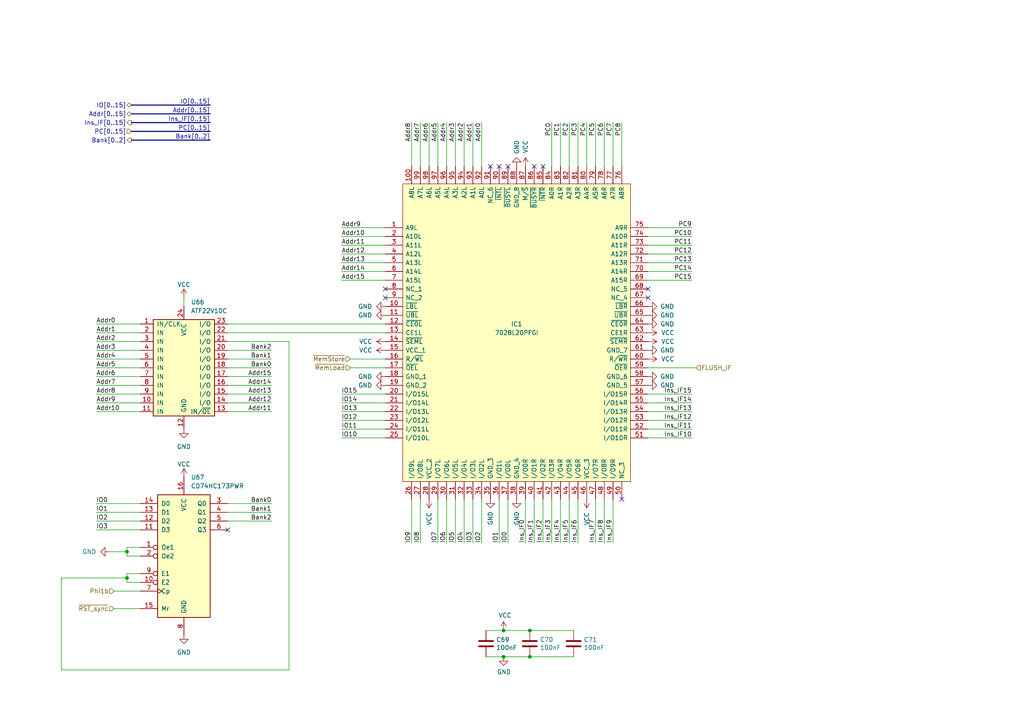
<source format=kicad_sch>
(kicad_sch (version 20211123) (generator eeschema)
  (paper "A4")
  (title_block (title "Turtle16: RAM") (date "2022-04-12") (rev "A (584b6b4f)") (comment 3 "instruction on the second read port.") (comment 4 "RAM is implemented with a 64K x 16 dual port SRAM so that the IF stage can fetch an"))
  (lib_symbols
    (symbol "74xx:74LS173" (pin_names (offset 1.016))
      (property "Reference" "U" (at -7.62 19.05 0))
      (property "Value" "74LS173" (at -7.62 -19.05 0))
      (symbol "74LS173_1_0"
        (pin input inverted (at -12.7 2.54 0) (length 5.08) (name "Oe1") (number "1"))
        (pin input inverted (at -12.7 -7.62 0) (length 5.08) (name "E2") (number "10"))
        (pin input line (at -12.7 7.62 0) (length 5.08) (name "D3") (number "11"))
        (pin input line (at -12.7 10.16 0) (length 5.08) (name "D2") (number "12"))
        (pin input line (at -12.7 12.7 0) (length 5.08) (name "D1") (number "13"))
        (pin input line (at -12.7 15.24 0) (length 5.08) (name "D0") (number "14"))
        (pin input line (at -12.7 -15.24 0) (length 5.08) (name "Mr") (number "15"))
        (pin power_in line (at 0 22.86 270) (length 5.08) (name "VCC") (number "16"))
        (pin input inverted (at -12.7 0 0) (length 5.08) (name "Oe2") (number "2"))
        (pin tri_state line (at 12.7 15.24 180) (length 5.08) (name "Q0") (number "3"))
        (pin tri_state line (at 12.7 12.7 180) (length 5.08) (name "Q1") (number "4"))
        (pin tri_state line (at 12.7 10.16 180) (length 5.08) (name "Q2") (number "5"))
        (pin tri_state line (at 12.7 7.62 180) (length 5.08) (name "Q3") (number "6"))
        (pin input clock (at -12.7 -10.16 0) (length 5.08) (name "Cp") (number "7"))
        (pin power_in line (at 0 -22.86 90) (length 5.08) (name "GND") (number "8"))
        (pin input inverted (at -12.7 -5.08 0) (length 5.08) (name "E1") (number "9"))
      )
      (symbol "74LS173_1_1"
        (rectangle (start -7.62 17.78) (end 7.62 -17.78) (stroke (width 0.254)) (fill (type background)))
      )
    )
    (symbol "Device:C" (pin_numbers hide) (pin_names (offset 0.254))
      (property "Reference" "C" (at 0.635 2.54 0))
      (property "Value" "C" (at 0.635 -2.54 0))
      (symbol "C_0_1"
        (polyline (pts (xy -2.032 -0.762) (xy 2.032 -0.762)) (stroke (width 0.508)))
        (polyline (pts (xy -2.032 0.762) (xy 2.032 0.762)) (stroke (width 0.508)))
      )
      (symbol "C_1_1"
        (pin passive line (at 0 3.81 270) (length 2.794) (name "~") (number "1"))
        (pin passive line (at 0 -3.81 90) (length 2.794) (name "~") (number "2"))
      )
    )
    (symbol "MEMModule-rescue:ATF22V10C-Logic_Programmable" (pin_names (offset 1.016))
      (property "Reference" "U" (at -7.62 17.78 0))
      (property "Value" "ATF22V10C-Logic_Programmable" (at -7.62 15.24 0))
      (symbol "ATF22V10C-Logic_Programmable_1_1"
        (rectangle (start -8.89 -15.24) (end 8.89 12.7) (stroke (width 0.254)) (fill (type background)))
        (pin input line (at -12.7 11.43 0) (length 3.81) (name "IN/CLK") (number "1"))
        (pin input line (at -12.7 -11.43 0) (length 3.81) (name "IN") (number "10"))
        (pin input line (at -12.7 -13.97 0) (length 3.81) (name "IN") (number "11"))
        (pin power_in line (at 0 -19.05 90) (length 3.81) (name "GND") (number "12"))
        (pin input line (at 12.7 -13.97 180) (length 3.81) (name "IN/~{OE}") (number "13"))
        (pin passive line (at 12.7 -11.43 180) (length 3.81) (name "I/O") (number "14"))
        (pin passive line (at 12.7 -8.89 180) (length 3.81) (name "I/O") (number "15"))
        (pin passive line (at 12.7 -6.35 180) (length 3.81) (name "I/O") (number "16"))
        (pin passive line (at 12.7 -3.81 180) (length 3.81) (name "I/O") (number "17"))
        (pin passive line (at 12.7 -1.27 180) (length 3.81) (name "I/O") (number "18"))
        (pin passive line (at 12.7 1.27 180) (length 3.81) (name "I/O") (number "19"))
        (pin input line (at -12.7 8.89 0) (length 3.81) (name "IN") (number "2"))
        (pin passive line (at 12.7 3.81 180) (length 3.81) (name "I/O") (number "20"))
        (pin passive line (at 12.7 6.35 180) (length 3.81) (name "I/O") (number "21"))
        (pin passive line (at 12.7 8.89 180) (length 3.81) (name "I/O") (number "22"))
        (pin passive line (at 12.7 11.43 180) (length 3.81) (name "I/O") (number "23"))
        (pin power_in line (at 0 16.51 270) (length 3.81) (name "VCC") (number "24"))
        (pin input line (at -12.7 6.35 0) (length 3.81) (name "IN") (number "3"))
        (pin input line (at -12.7 3.81 0) (length 3.81) (name "IN") (number "4"))
        (pin input line (at -12.7 1.27 0) (length 3.81) (name "IN") (number "5"))
        (pin input line (at -12.7 -1.27 0) (length 3.81) (name "IN") (number "6"))
        (pin input line (at -12.7 -3.81 0) (length 3.81) (name "IN") (number "7"))
        (pin input line (at -12.7 -6.35 0) (length 3.81) (name "IN") (number "8"))
        (pin input line (at -12.7 -8.89 0) (length 3.81) (name "IN") (number "9"))
      )
    )
    (symbol "Memory_RAM:7028L20PFGI" (pin_names (offset 0.762))
      (property "Reference" "IC" (at 72.39 17.78 0))
      (property "Value" "7028L20PFGI" (at 72.39 15.24 0))
      (symbol "7028L20PFGI_0_0"
        (pin passive line (at 0 0 0) (length 5.08) (name "A9L") (number "1"))
        (pin passive line (at 0 -22.86 0) (length 5.08) (name "~{LBL}") (number "10"))
        (pin passive line (at 7.62 17.78 270) (length 5.08) (name "A8L") (number "100"))
        (pin passive line (at 0 -25.4 0) (length 5.08) (name "~{UBL}") (number "11"))
        (pin passive line (at 0 -27.94 0) (length 5.08) (name "~{CE0L}") (number "12"))
        (pin passive line (at 0 -30.48 0) (length 5.08) (name "CE1L") (number "13"))
        (pin passive line (at 0 -33.02 0) (length 5.08) (name "~{SEML}") (number "14"))
        (pin passive line (at 0 -35.56 0) (length 5.08) (name "VCC_1") (number "15"))
        (pin passive line (at 0 -38.1 0) (length 5.08) (name "R/~{WL}") (number "16"))
        (pin passive line (at 0 -40.64 0) (length 5.08) (name "~{OEL}") (number "17"))
        (pin passive line (at 0 -43.18 0) (length 5.08) (name "GND_1") (number "18"))
        (pin passive line (at 0 -45.72 0) (length 5.08) (name "GND_2") (number "19"))
        (pin passive line (at 0 -2.54 0) (length 5.08) (name "A10L") (number "2"))
        (pin passive line (at 0 -48.26 0) (length 5.08) (name "I/O15L") (number "20"))
        (pin passive line (at 0 -50.8 0) (length 5.08) (name "I/O14L") (number "21"))
        (pin passive line (at 0 -53.34 0) (length 5.08) (name "I/O13L") (number "22"))
        (pin passive line (at 0 -55.88 0) (length 5.08) (name "I/O12L") (number "23"))
        (pin passive line (at 0 -58.42 0) (length 5.08) (name "I/O11L") (number "24"))
        (pin passive line (at 0 -60.96 0) (length 5.08) (name "I/O10L") (number "25"))
        (pin passive line (at 7.62 -78.74 90) (length 5.08) (name "I/O9L") (number "26"))
        (pin passive line (at 10.16 -78.74 90) (length 5.08) (name "I/O8L") (number "27"))
        (pin passive line (at 12.7 -78.74 90) (length 5.08) (name "VCC_2") (number "28"))
        (pin passive line (at 15.24 -78.74 90) (length 5.08) (name "I/O7L") (number "29"))
        (pin passive line (at 0 -5.08 0) (length 5.08) (name "A11L") (number "3"))
        (pin passive line (at 17.78 -78.74 90) (length 5.08) (name "I/O6L") (number "30"))
        (pin passive line (at 20.32 -78.74 90) (length 5.08) (name "I/O5L") (number "31"))
        (pin passive line (at 22.86 -78.74 90) (length 5.08) (name "I/O4L") (number "32"))
        (pin passive line (at 25.4 -78.74 90) (length 5.08) (name "I/O3L") (number "33"))
        (pin passive line (at 27.94 -78.74 90) (length 5.08) (name "I/O2L") (number "34"))
        (pin passive line (at 30.48 -78.74 90) (length 5.08) (name "GND_3") (number "35"))
        (pin passive line (at 33.02 -78.74 90) (length 5.08) (name "I/O1L") (number "36"))
        (pin passive line (at 35.56 -78.74 90) (length 5.08) (name "I/O0L") (number "37"))
        (pin passive line (at 38.1 -78.74 90) (length 5.08) (name "GND_4") (number "38"))
        (pin passive line (at 40.64 -78.74 90) (length 5.08) (name "I/O0R") (number "39"))
        (pin passive line (at 0 -7.62 0) (length 5.08) (name "A12L") (number "4"))
        (pin passive line (at 43.18 -78.74 90) (length 5.08) (name "I/O1R") (number "40"))
        (pin passive line (at 45.72 -78.74 90) (length 5.08) (name "I/O2R") (number "41"))
        (pin passive line (at 48.26 -78.74 90) (length 5.08) (name "I/O3R") (number "42"))
        (pin passive line (at 50.8 -78.74 90) (length 5.08) (name "I/O4R") (number "43"))
        (pin passive line (at 53.34 -78.74 90) (length 5.08) (name "I/O5R") (number "44"))
        (pin passive line (at 55.88 -78.74 90) (length 5.08) (name "I/O6R") (number "45"))
        (pin passive line (at 58.42 -78.74 90) (length 5.08) (name "VCC_3") (number "46"))
        (pin passive line (at 60.96 -78.74 90) (length 5.08) (name "I/O7R") (number "47"))
        (pin passive line (at 63.5 -78.74 90) (length 5.08) (name "I/O8R") (number "48"))
        (pin passive line (at 66.04 -78.74 90) (length 5.08) (name "I/O9R") (number "49"))
        (pin passive line (at 0 -10.16 0) (length 5.08) (name "A13L") (number "5"))
        (pin passive line (at 68.58 -78.74 90) (length 5.08) (name "NC_3") (number "50"))
        (pin passive line (at 76.2 -60.96 180) (length 5.08) (name "I/O10R") (number "51"))
        (pin passive line (at 76.2 -58.42 180) (length 5.08) (name "I/O11R") (number "52"))
        (pin passive line (at 76.2 -55.88 180) (length 5.08) (name "I/O12R") (number "53"))
        (pin passive line (at 76.2 -53.34 180) (length 5.08) (name "I/O13R") (number "54"))
        (pin passive line (at 76.2 -50.8 180) (length 5.08) (name "I/O14R") (number "55"))
        (pin passive line (at 76.2 -48.26 180) (length 5.08) (name "I/O15R") (number "56"))
        (pin passive line (at 76.2 -45.72 180) (length 5.08) (name "GND_5") (number "57"))
        (pin passive line (at 76.2 -43.18 180) (length 5.08) (name "GND_6") (number "58"))
        (pin passive line (at 76.2 -40.64 180) (length 5.08) (name "~{OER}") (number "59"))
        (pin passive line (at 0 -12.7 0) (length 5.08) (name "A14L") (number "6"))
        (pin passive line (at 76.2 -38.1 180) (length 5.08) (name "R/~{WR}") (number "60"))
        (pin passive line (at 76.2 -35.56 180) (length 5.08) (name "GND_7") (number "61"))
        (pin passive line (at 76.2 -33.02 180) (length 5.08) (name "~{SEMR}") (number "62"))
        (pin passive line (at 76.2 -30.48 180) (length 5.08) (name "CE1R") (number "63"))
        (pin passive line (at 76.2 -27.94 180) (length 5.08) (name "~{CE0R}") (number "64"))
        (pin passive line (at 76.2 -25.4 180) (length 5.08) (name "~{UBR}") (number "65"))
        (pin passive line (at 76.2 -22.86 180) (length 5.08) (name "~{LBR}") (number "66"))
        (pin passive line (at 76.2 -20.32 180) (length 5.08) (name "NC_4") (number "67"))
        (pin passive line (at 76.2 -17.78 180) (length 5.08) (name "NC_5") (number "68"))
        (pin passive line (at 76.2 -15.24 180) (length 5.08) (name "A15R") (number "69"))
        (pin passive line (at 0 -15.24 0) (length 5.08) (name "A15L") (number "7"))
        (pin passive line (at 76.2 -12.7 180) (length 5.08) (name "A14R") (number "70"))
        (pin passive line (at 76.2 -10.16 180) (length 5.08) (name "A13R") (number "71"))
        (pin passive line (at 76.2 -7.62 180) (length 5.08) (name "A12R") (number "72"))
        (pin passive line (at 76.2 -5.08 180) (length 5.08) (name "A11R") (number "73"))
        (pin passive line (at 76.2 -2.54 180) (length 5.08) (name "A10R") (number "74"))
        (pin passive line (at 76.2 0 180) (length 5.08) (name "A9R") (number "75"))
        (pin passive line (at 68.58 17.78 270) (length 5.08) (name "A8R") (number "76"))
        (pin passive line (at 66.04 17.78 270) (length 5.08) (name "A7R") (number "77"))
        (pin passive line (at 63.5 17.78 270) (length 5.08) (name "A6R") (number "78"))
        (pin passive line (at 60.96 17.78 270) (length 5.08) (name "A5R") (number "79"))
        (pin passive line (at 0 -17.78 0) (length 5.08) (name "NC_1") (number "8"))
        (pin passive line (at 58.42 17.78 270) (length 5.08) (name "A4R") (number "80"))
        (pin passive line (at 55.88 17.78 270) (length 5.08) (name "A3R") (number "81"))
        (pin passive line (at 53.34 17.78 270) (length 5.08) (name "A2R") (number "82"))
        (pin passive line (at 50.8 17.78 270) (length 5.08) (name "A1R") (number "83"))
        (pin passive line (at 48.26 17.78 270) (length 5.08) (name "A0R") (number "84"))
        (pin passive line (at 45.72 17.78 270) (length 5.08) (name "~{INTR}") (number "85"))
        (pin passive line (at 43.18 17.78 270) (length 5.08) (name "~{BUSYR}") (number "86"))
        (pin passive line (at 40.64 17.78 270) (length 5.08) (name "M/~{S}") (number "87"))
        (pin passive line (at 38.1 17.78 270) (length 5.08) (name "GND_8") (number "88"))
        (pin passive line (at 35.56 17.78 270) (length 5.08) (name "~{BUSYL}") (number "89"))
        (pin passive line (at 0 -20.32 0) (length 5.08) (name "NC_2") (number "9"))
        (pin passive line (at 33.02 17.78 270) (length 5.08) (name "~{INTL}") (number "90"))
        (pin passive line (at 30.48 17.78 270) (length 5.08) (name "NC_6") (number "91"))
        (pin passive line (at 27.94 17.78 270) (length 5.08) (name "A0L") (number "92"))
        (pin passive line (at 25.4 17.78 270) (length 5.08) (name "A1L") (number "93"))
        (pin passive line (at 22.86 17.78 270) (length 5.08) (name "A2L") (number "94"))
        (pin passive line (at 20.32 17.78 270) (length 5.08) (name "A3L") (number "95"))
        (pin passive line (at 17.78 17.78 270) (length 5.08) (name "A4L") (number "96"))
        (pin passive line (at 15.24 17.78 270) (length 5.08) (name "A5L") (number "97"))
        (pin passive line (at 12.7 17.78 270) (length 5.08) (name "A6L") (number "98"))
        (pin passive line (at 10.16 17.78 270) (length 5.08) (name "A7L") (number "99"))
      )
      (symbol "7028L20PFGI_0_1"
        (polyline (pts (xy 5.08 12.7) (xy 71.12 12.7) (xy 71.12 -73.66) (xy 5.08 -73.66) (xy 5.08 12.7)) (stroke (width 0.1524)) (fill (type background)))
      )
    )
    (symbol "power:GND" (power) (pin_names (offset 0))
      (property "Value" "GND" (at 0 -3.81 0))
      (symbol "GND_0_1"
        (polyline (pts (xy 0 0) (xy 0 -1.27) (xy 1.27 -1.27) (xy 0 -2.54) (xy -1.27 -1.27) (xy 0 -1.27)))
      )
      (symbol "GND_1_1"
        (pin power_in line (at 0 0 270) (length 0) hide (name "GND") (number "1"))
      )
    )
    (symbol "power:VCC" (power) (pin_names (offset 0))
      (property "Value" "VCC" (at 0 3.81 0))
      (symbol "VCC_0_1"
        (polyline (pts (xy -0.762 1.27) (xy 0 2.54)))
        (polyline (pts (xy 0 0) (xy 0 2.54)))
        (polyline (pts (xy 0 2.54) (xy 0.762 1.27)))
      )
      (symbol "VCC_1_1"
        (pin power_in line (at 0 0 90) (length 0) hide (name "VCC") (number "1"))
      )
    )
  )
  (junction (at 146.05 182.88))
  (junction (at 146.05 190.5))
  (junction (at 153.67 182.88))
  (junction (at 36.83 167.64))
  (junction (at 36.83 160.02))
  (junction (at 153.67 190.5))
  (no_connect (at 66.04 153.67))
  (no_connect (at 157.48 48.26))
  (no_connect (at 154.94 48.26))
  (no_connect (at 144.78 48.26))
  (no_connect (at 147.32 48.26))
  (no_connect (at 111.76 83.82))
  (no_connect (at 111.76 86.36))
  (no_connect (at 180.34 144.78))
  (no_connect (at 142.24 48.26))
  (no_connect (at 187.96 83.82))
  (no_connect (at 187.96 86.36))
  (wire (pts (xy 27.94 146.05) (xy 40.64 146.05)))
  (bus (pts (xy 38.1 40.64) (xy 60.96 40.64)))
  (wire (pts (xy 27.94 101.6) (xy 40.64 101.6)))
  (wire (pts (xy 27.94 114.3) (xy 40.64 114.3)))
  (wire (pts (xy 27.94 151.13) (xy 40.64 151.13)))
  (wire (pts (xy 180.34 35.56) (xy 180.34 48.26)))
  (wire (pts (xy 78.74 116.84) (xy 66.04 116.84)))
  (wire (pts (xy 187.96 106.68) (xy 201.93 106.68)))
  (wire (pts (xy 17.78 194.31) (xy 83.82 194.31)))
  (wire (pts (xy 200.66 127) (xy 187.96 127)))
  (wire (pts (xy 66.04 99.06) (xy 83.82 99.06)))
  (wire (pts (xy 36.83 166.37) (xy 36.83 167.64)))
  (wire (pts (xy 40.64 158.75) (xy 36.83 158.75)))
  (wire (pts (xy 27.94 119.38) (xy 40.64 119.38)))
  (wire (pts (xy 27.94 148.59) (xy 40.64 148.59)))
  (wire (pts (xy 27.94 104.14) (xy 40.64 104.14)))
  (wire (pts (xy 78.74 114.3) (xy 66.04 114.3)))
  (wire (pts (xy 99.06 114.3) (xy 111.76 114.3)))
  (wire (pts (xy 134.62 157.48) (xy 134.62 144.78)))
  (wire (pts (xy 144.78 157.48) (xy 144.78 144.78)))
  (wire (pts (xy 167.64 157.48) (xy 167.64 144.78)))
  (wire (pts (xy 124.46 35.56) (xy 124.46 48.26)))
  (wire (pts (xy 132.08 157.48) (xy 132.08 144.78)))
  (wire (pts (xy 27.94 93.98) (xy 40.64 93.98)))
  (wire (pts (xy 27.94 109.22) (xy 40.64 109.22)))
  (wire (pts (xy 36.83 167.64) (xy 17.78 167.64)))
  (bus (pts (xy 38.1 35.56) (xy 60.96 35.56)))
  (wire (pts (xy 119.38 35.56) (xy 119.38 48.26)))
  (wire (pts (xy 167.64 35.56) (xy 167.64 48.26)))
  (wire (pts (xy 162.56 35.56) (xy 162.56 48.26)))
  (wire (pts (xy 78.74 151.13) (xy 66.04 151.13)))
  (wire (pts (xy 27.94 96.52) (xy 40.64 96.52)))
  (wire (pts (xy 200.66 124.46) (xy 187.96 124.46)))
  (wire (pts (xy 36.83 158.75) (xy 36.83 160.02)))
  (wire (pts (xy 99.06 68.58) (xy 111.76 68.58)))
  (wire (pts (xy 99.06 78.74) (xy 111.76 78.74)))
  (wire (pts (xy 99.06 119.38) (xy 111.76 119.38)))
  (wire (pts (xy 78.74 101.6) (xy 66.04 101.6)))
  (wire (pts (xy 53.34 86.36) (xy 53.34 88.9)))
  (wire (pts (xy 36.83 168.91) (xy 40.64 168.91)))
  (wire (pts (xy 129.54 157.48) (xy 129.54 144.78)))
  (wire (pts (xy 200.66 78.74) (xy 187.96 78.74)))
  (wire (pts (xy 175.26 157.48) (xy 175.26 144.78)))
  (wire (pts (xy 33.02 171.45) (xy 40.64 171.45)))
  (wire (pts (xy 140.97 182.88) (xy 146.05 182.88)))
  (wire (pts (xy 172.72 35.56) (xy 172.72 48.26)))
  (wire (pts (xy 99.06 73.66) (xy 111.76 73.66)))
  (wire (pts (xy 200.66 76.2) (xy 187.96 76.2)))
  (wire (pts (xy 36.83 167.64) (xy 36.83 168.91)))
  (wire (pts (xy 200.66 71.12) (xy 187.96 71.12)))
  (wire (pts (xy 200.66 81.28) (xy 187.96 81.28)))
  (wire (pts (xy 147.32 157.48) (xy 147.32 144.78)))
  (wire (pts (xy 121.92 157.48) (xy 121.92 144.78)))
  (wire (pts (xy 129.54 35.56) (xy 129.54 48.26)))
  (wire (pts (xy 78.74 146.05) (xy 66.04 146.05)))
  (wire (pts (xy 177.8 157.48) (xy 177.8 144.78)))
  (wire (pts (xy 99.06 121.92) (xy 111.76 121.92)))
  (wire (pts (xy 78.74 119.38) (xy 66.04 119.38)))
  (wire (pts (xy 83.82 99.06) (xy 83.82 194.31)))
  (wire (pts (xy 66.04 93.98) (xy 111.76 93.98)))
  (wire (pts (xy 170.18 35.56) (xy 170.18 48.26)))
  (wire (pts (xy 99.06 71.12) (xy 111.76 71.12)))
  (wire (pts (xy 137.16 35.56) (xy 137.16 48.26)))
  (wire (pts (xy 132.08 35.56) (xy 132.08 48.26)))
  (wire (pts (xy 153.67 190.5) (xy 146.05 190.5)))
  (wire (pts (xy 200.66 68.58) (xy 187.96 68.58)))
  (wire (pts (xy 33.02 176.53) (xy 40.64 176.53)))
  (wire (pts (xy 200.66 121.92) (xy 187.96 121.92)))
  (wire (pts (xy 121.92 35.56) (xy 121.92 48.26)))
  (wire (pts (xy 200.66 73.66) (xy 187.96 73.66)))
  (wire (pts (xy 17.78 167.64) (xy 17.78 194.31)))
  (wire (pts (xy 27.94 106.68) (xy 40.64 106.68)))
  (wire (pts (xy 172.72 157.48) (xy 172.72 144.78)))
  (wire (pts (xy 127 157.48) (xy 127 144.78)))
  (wire (pts (xy 166.37 190.5) (xy 153.67 190.5)))
  (wire (pts (xy 27.94 111.76) (xy 40.64 111.76)))
  (wire (pts (xy 27.94 99.06) (xy 40.64 99.06)))
  (bus (pts (xy 38.1 38.1) (xy 60.96 38.1)))
  (wire (pts (xy 200.66 114.3) (xy 187.96 114.3)))
  (wire (pts (xy 99.06 127) (xy 111.76 127)))
  (wire (pts (xy 137.16 157.48) (xy 137.16 144.78)))
  (wire (pts (xy 175.26 35.56) (xy 175.26 48.26)))
  (wire (pts (xy 78.74 104.14) (xy 66.04 104.14)))
  (wire (pts (xy 165.1 35.56) (xy 165.1 48.26)))
  (wire (pts (xy 99.06 81.28) (xy 111.76 81.28)))
  (wire (pts (xy 119.38 157.48) (xy 119.38 144.78)))
  (wire (pts (xy 78.74 148.59) (xy 66.04 148.59)))
  (wire (pts (xy 101.6 104.14) (xy 111.76 104.14)))
  (wire (pts (xy 177.8 35.56) (xy 177.8 48.26)))
  (wire (pts (xy 162.56 157.48) (xy 162.56 144.78)))
  (wire (pts (xy 78.74 109.22) (xy 66.04 109.22)))
  (wire (pts (xy 27.94 116.84) (xy 40.64 116.84)))
  (wire (pts (xy 154.94 157.48) (xy 154.94 144.78)))
  (wire (pts (xy 146.05 182.88) (xy 153.67 182.88)))
  (wire (pts (xy 78.74 111.76) (xy 66.04 111.76)))
  (wire (pts (xy 66.04 96.52) (xy 111.76 96.52)))
  (wire (pts (xy 36.83 160.02) (xy 36.83 161.29)))
  (wire (pts (xy 127 35.56) (xy 127 48.26)))
  (wire (pts (xy 200.66 116.84) (xy 187.96 116.84)))
  (wire (pts (xy 139.7 35.56) (xy 139.7 48.26)))
  (wire (pts (xy 99.06 124.46) (xy 111.76 124.46)))
  (wire (pts (xy 78.74 106.68) (xy 66.04 106.68)))
  (wire (pts (xy 146.05 190.5) (xy 140.97 190.5)))
  (wire (pts (xy 160.02 35.56) (xy 160.02 48.26)))
  (wire (pts (xy 134.62 35.56) (xy 134.62 48.26)))
  (wire (pts (xy 99.06 76.2) (xy 111.76 76.2)))
  (wire (pts (xy 157.48 157.48) (xy 157.48 144.78)))
  (wire (pts (xy 99.06 116.84) (xy 111.76 116.84)))
  (wire (pts (xy 27.94 153.67) (xy 40.64 153.67)))
  (wire (pts (xy 165.1 157.48) (xy 165.1 144.78)))
  (wire (pts (xy 160.02 157.48) (xy 160.02 144.78)))
  (wire (pts (xy 153.67 182.88) (xy 166.37 182.88)))
  (wire (pts (xy 40.64 166.37) (xy 36.83 166.37)))
  (bus (pts (xy 38.1 30.48) (xy 60.96 30.48)))
  (wire (pts (xy 31.75 160.02) (xy 36.83 160.02)))
  (wire (pts (xy 36.83 161.29) (xy 40.64 161.29)))
  (wire (pts (xy 139.7 157.48) (xy 139.7 144.78)))
  (wire (pts (xy 101.6 106.68) (xy 111.76 106.68)))
  (bus (pts (xy 38.1 33.02) (xy 60.96 33.02)))
  (wire (pts (xy 200.66 119.38) (xy 187.96 119.38)))
  (wire (pts (xy 99.06 66.04) (xy 111.76 66.04)))
  (wire (pts (xy 200.66 66.04) (xy 187.96 66.04)))
  (wire (pts (xy 152.4 157.48) (xy 152.4 144.78)))
  (label "Ins_IF8" (at 175.26 157.48 90))
  (label "Ins_IF1" (at 154.94 157.48 90))
  (label "Addr0" (at 139.7 35.56 270))
  (label "Bank0" (at 78.74 146.05 180))
  (label "IO0" (at 147.32 157.48 90))
  (label "Ins_IF4" (at 162.56 157.48 90))
  (label "PC1" (at 162.56 35.56 270))
  (label "IO5" (at 132.08 157.48 90))
  (label "Ins_IF7" (at 172.72 157.48 90))
  (label "Bank2" (at 78.74 101.6 180))
  (label "IO0" (at 27.94 146.05 0))
  (label "IO2" (at 139.7 157.48 90))
  (label "Addr2" (at 134.62 35.56 270))
  (label "IO[0..15]" (at 60.96 30.48 180))
  (label "Ins_IF3" (at 160.02 157.48 90))
  (label "Ins_IF14" (at 200.66 116.84 180))
  (label "Bank2" (at 78.74 151.13 180))
  (label "IO1" (at 27.94 148.59 0))
  (label "Addr12" (at 78.74 116.84 180))
  (label "Ins_IF6" (at 167.64 157.48 90))
  (label "Ins_IF11" (at 200.66 124.46 180))
  (label "IO14" (at 99.06 116.84 0))
  (label "PC7" (at 177.8 35.56 270))
  (label "PC13" (at 200.66 76.2 180))
  (label "PC15" (at 200.66 81.28 180))
  (label "Addr9" (at 27.94 116.84 0))
  (label "Ins_IF12" (at 200.66 121.92 180))
  (label "Addr9" (at 99.06 66.04 0))
  (label "Bank[0..2]" (at 60.96 40.64 180))
  (label "Addr6" (at 124.46 35.56 270))
  (label "Addr13" (at 99.06 76.2 0))
  (label "PC[0..15]" (at 60.96 38.1 180))
  (label "Addr7" (at 121.92 35.56 270))
  (label "IO13" (at 99.06 119.38 0))
  (label "Addr5" (at 27.94 106.68 0))
  (label "PC4" (at 170.18 35.56 270))
  (label "Addr0" (at 27.94 93.98 0))
  (label "Ins_IF15" (at 200.66 114.3 180))
  (label "Addr14" (at 99.06 78.74 0))
  (label "Addr11" (at 99.06 71.12 0))
  (label "Ins_IF0" (at 152.4 157.48 90))
  (label "Addr10" (at 27.94 119.38 0))
  (label "Addr2" (at 27.94 99.06 0))
  (label "IO1" (at 144.78 157.48 90))
  (label "Bank1" (at 78.74 148.59 180))
  (label "IO15" (at 99.06 114.3 0))
  (label "Ins_IF[0..15]" (at 60.96 35.56 180))
  (label "Addr15" (at 99.06 81.28 0))
  (label "PC9" (at 200.66 66.04 180))
  (label "Addr14" (at 78.74 111.76 180))
  (label "Addr4" (at 27.94 104.14 0))
  (label "Addr7" (at 27.94 111.76 0))
  (label "Ins_IF2" (at 157.48 157.48 90))
  (label "Ins_IF10" (at 200.66 127 180))
  (label "IO3" (at 27.94 153.67 0))
  (label "IO8" (at 121.92 157.48 90))
  (label "IO6" (at 129.54 157.48 90))
  (label "Bank1" (at 78.74 104.14 180))
  (label "Ins_IF5" (at 165.1 157.48 90))
  (label "Ins_IF9" (at 177.8 157.48 90))
  (label "PC5" (at 172.72 35.56 270))
  (label "Addr15" (at 78.74 109.22 180))
  (label "IO7" (at 127 157.48 90))
  (label "Addr6" (at 27.94 109.22 0))
  (label "Addr12" (at 99.06 73.66 0))
  (label "Addr1" (at 137.16 35.56 270))
  (label "Addr10" (at 99.06 68.58 0))
  (label "Addr11" (at 78.74 119.38 180))
  (label "IO11" (at 99.06 124.46 0))
  (label "PC2" (at 165.1 35.56 270))
  (label "PC0" (at 160.02 35.56 270))
  (label "PC6" (at 175.26 35.56 270))
  (label "Ins_IF13" (at 200.66 119.38 180))
  (label "IO4" (at 134.62 157.48 90))
  (label "PC10" (at 200.66 68.58 180))
  (label "Addr8" (at 27.94 114.3 0))
  (label "Addr3" (at 132.08 35.56 270))
  (label "Bank0" (at 78.74 106.68 180))
  (label "IO2" (at 27.94 151.13 0))
  (label "PC3" (at 167.64 35.56 270))
  (label "PC14" (at 200.66 78.74 180))
  (label "Addr13" (at 78.74 114.3 180))
  (label "IO12" (at 99.06 121.92 0))
  (label "Addr[0..15]" (at 60.96 33.02 180))
  (label "Addr4" (at 129.54 35.56 270))
  (label "Addr5" (at 127 35.56 270))
  (label "Addr3" (at 27.94 101.6 0))
  (label "Addr1" (at 27.94 96.52 0))
  (label "PC11" (at 200.66 71.12 180))
  (label "Addr8" (at 119.38 35.56 270))
  (label "IO3" (at 137.16 157.48 90))
  (label "PC12" (at 200.66 73.66 180))
  (label "PC8" (at 180.34 35.56 270))
  (label "IO9" (at 119.38 157.48 90))
  (label "IO10" (at 99.06 127 0))
  (hierarchical_label "IO[0..15]" (shape tri_state) (at 38.1 30.48 180))
  (hierarchical_label "~{RST_sync}" (shape input) (at 33.02 176.53 180))
  (hierarchical_label "Bank[0..2]" (shape output) (at 38.1 40.64 180))
  (hierarchical_label "PC[0..15]" (shape input) (at 38.1 38.1 180))
  (hierarchical_label "Phi1b" (shape input) (at 33.02 171.45 180))
  (hierarchical_label "Addr[0..15]" (shape tri_state) (at 38.1 33.02 180))
  (hierarchical_label "Ins_IF[0..15]" (shape output) (at 38.1 35.56 180))
  (hierarchical_label "~{MemStore}" (shape input) (at 101.6 104.14 180))
  (hierarchical_label "~{MemLoad}" (shape input) (at 101.6 106.68 180))
  (hierarchical_label "FLUSH_IF" (shape input) (at 201.93 106.68 0))
  (symbol (lib_id "power:GND") (at 149.86 144.78 0) (unit 1)
    (property "Reference" "#PWR0404" (effects hide))
    (property "Value" "GND" (at 149.86 152.4 90) (effects (justify left)))
  )
  (symbol (lib_id "power:VCC") (at 170.18 144.78 0) (mirror x) (unit 1)
    (property "Reference" "#PWR0406" (effects hide))
    (property "Value" "VCC" (at 170.18 152.4 90) (effects (justify right)))
  )
  (symbol (lib_id "power:GND") (at 187.96 101.6 90) (unit 1)
    (property "Reference" "#PWR0412" (effects hide))
    (property "Value" "GND" (at 195.58 101.6 90) (effects (justify left)))
  )
  (symbol (lib_id "Device:C") (at 140.97 186.69 0) (unit 1)
    (property "Reference" "C69" (at 143.891 185.5216 0) (effects (justify left)))
    (property "Value" "100nF" (at 143.891 187.833 0) (effects (justify left)))
    (property "Footprint" "Capacitor_SMD:C_0603_1608Metric_Pad1.08x0.95mm_HandSolder" (effects hide))
    (property "Mouser" "https://www.mouser.com/ProductDetail/963-EMK107B7104KAHT" (effects hide))
  )
  (symbol (lib_id "Device:C") (at 153.67 186.69 0) (unit 1)
    (property "Reference" "C70" (at 156.591 185.5216 0) (effects (justify left)))
    (property "Value" "100nF" (at 156.591 187.833 0) (effects (justify left)))
    (property "Footprint" "Capacitor_SMD:C_0603_1608Metric_Pad1.08x0.95mm_HandSolder" (effects hide))
    (property "Mouser" "https://www.mouser.com/ProductDetail/963-EMK107B7104KAHT" (effects hide))
  )
  (symbol (lib_id "power:GND") (at 31.75 160.02 270) (unit 1)
    (property "Reference" "#PWR0388" (effects hide))
    (property "Value" "GND" (at 27.94 160.0199 90) (effects (justify right)))
  )
  (symbol (lib_id "power:VCC") (at 187.96 96.52 270) (mirror x) (unit 1)
    (property "Reference" "#PWR0410" (effects hide))
    (property "Value" "VCC" (at 191.77 96.5199 90) (effects (justify left)))
  )
  (symbol (lib_id "power:GND") (at 53.34 184.15 0) (unit 1)
    (property "Reference" "#PWR0392" (effects hide))
    (property "Value" "GND" (at 53.34 189.23 0))
  )
  (symbol (lib_id "power:VCC") (at 187.96 99.06 270) (mirror x) (unit 1)
    (property "Reference" "#PWR0411" (effects hide))
    (property "Value" "VCC" (at 191.77 99.0599 90) (effects (justify left)))
  )
  (symbol (lib_id "power:GND") (at 53.34 124.46 0) (unit 1)
    (property "Reference" "#PWR0390" (effects hide))
    (property "Value" "GND" (at 53.34 129.54 0))
  )
  (symbol (lib_id "power:VCC") (at 111.76 99.06 90) (mirror x) (unit 1)
    (property "Reference" "#PWR0395" (effects hide))
    (property "Value" "VCC" (at 104.14 99.06 90) (effects (justify right)))
  )
  (symbol (lib_id "power:VCC") (at 111.76 101.6 90) (mirror x) (unit 1)
    (property "Reference" "#PWR0396" (effects hide))
    (property "Value" "VCC" (at 104.14 101.6 90) (effects (justify right)))
  )
  (symbol (lib_id "power:GND") (at 187.96 88.9 90) (unit 1)
    (property "Reference" "#PWR0407" (effects hide))
    (property "Value" "GND" (at 195.58 88.9 90) (effects (justify left)))
  )
  (symbol (lib_id "power:VCC") (at 53.34 86.36 0) (unit 1)
    (property "Reference" "#PWR0389" (effects hide))
    (property "Value" "VCC" (at 53.34 82.55 0))
  )
  (symbol (lib_id "power:GND") (at 187.96 109.22 90) (unit 1)
    (property "Reference" "#PWR0414" (effects hide))
    (property "Value" "GND" (at 195.58 109.22 90) (effects (justify left)))
  )
  (symbol (lib_id "Device:C") (at 166.37 186.69 0) (unit 1)
    (property "Reference" "C71" (at 169.291 185.5216 0) (effects (justify left)))
    (property "Value" "100nF" (at 169.291 187.833 0) (effects (justify left)))
    (property "Footprint" "Capacitor_SMD:C_0603_1608Metric_Pad1.08x0.95mm_HandSolder" (effects hide))
    (property "Mouser" "https://www.mouser.com/ProductDetail/963-EMK107B7104KAHT" (effects hide))
  )
  (symbol (lib_id "power:GND") (at 146.05 190.5 0) (unit 1)
    (property "Reference" "#PWR0402" (effects hide))
    (property "Value" "GND" (at 146.177 194.8942 0))
  )
  (symbol (lib_id "power:GND") (at 111.76 109.22 270) (unit 1)
    (property "Reference" "#PWR0397" (effects hide))
    (property "Value" "GND" (at 107.95 109.2199 90) (effects (justify right)))
  )
  (symbol (lib_id "Memory_RAM:7028L20PFGI") (at 111.76 66.04 0) (unit 1)
    (property "Reference" "IC1" (at 149.86 93.98 0))
    (property "Value" "7028L20PFGI" (at 149.86 96.52 0))
    (property "Footprint" "Package_QFP:TQFP-100_14x14mm_P0.5mm" (effects hide))
    (property "Datasheet" "https://www.idt.com/document/dst/7028-data-sheet" (effects hide))
    (property "Description" "TQFP 14.0 X 14.0 X 1.4 MM" (effects hide))
    (property "Height" "1.6" (effects hide))
    (property "Manufacturer_Name" "IDT" (effects hide))
    (property "Manufacturer_Part_Number" "7028L20PFGI" (effects hide))
    (property "Mouser Part Number" "972-7028L20PFGI" (effects hide))
    (property "Mouser Price/Stock" "https://www.mouser.com/Search/Refine.aspx?Keyword=972-7028L20PFGI" (effects hide))
  )
  (symbol (lib_id "power:VCC") (at 152.4 48.26 0) (mirror y) (unit 1)
    (property "Reference" "#PWR0405" (effects hide))
    (property "Value" "VCC" (at 152.4 40.64 90) (effects (justify right)))
  )
  (symbol (lib_id "power:VCC") (at 53.34 138.43 0) (unit 1)
    (property "Reference" "#PWR0391" (effects hide))
    (property "Value" "VCC" (at 53.34 134.62 0))
  )
  (symbol (lib_id "power:GND") (at 111.76 88.9 270) (unit 1)
    (property "Reference" "#PWR0393" (effects hide))
    (property "Value" "GND" (at 107.95 88.8999 90) (effects (justify right)))
  )
  (symbol (lib_id "power:GND") (at 111.76 111.76 270) (unit 1)
    (property "Reference" "#PWR0398" (effects hide))
    (property "Value" "GND" (at 107.95 111.7599 90) (effects (justify right)))
  )
  (symbol (lib_id "power:VCC") (at 124.46 144.78 0) (mirror x) (unit 1)
    (property "Reference" "#PWR0399" (effects hide))
    (property "Value" "VCC" (at 124.46 152.4 90) (effects (justify right)))
  )
  (symbol (lib_id "power:GND") (at 149.86 48.26 180) (unit 1)
    (property "Reference" "#PWR0403" (effects hide))
    (property "Value" "GND" (at 149.86 40.64 90) (effects (justify left)))
  )
  (symbol (lib_id "power:VCC") (at 187.96 104.14 270) (mirror x) (unit 1)
    (property "Reference" "#PWR0413" (effects hide))
    (property "Value" "VCC" (at 191.77 104.1399 90) (effects (justify left)))
  )
  (symbol (lib_id "power:GND") (at 111.76 91.44 270) (unit 1)
    (property "Reference" "#PWR0394" (effects hide))
    (property "Value" "GND" (at 107.95 91.4399 90) (effects (justify right)))
  )
  (symbol (lib_id "74xx:74LS173") (at 53.34 161.29 0) (unit 1)
    (property "Reference" "U67" (at 55.3594 138.43 0) (effects (justify left)))
    (property "Value" "CD74HC173PWR" (at 55.3594 140.97 0) (effects (justify left)))
    (property "Footprint" "Package_SO:TSSOP-16_4.4x5mm_P0.65mm" (effects hide))
    (property "Datasheet" "http://www.ti.com/general/docs/suppproductinfo.tsp?distId=26&gotoUrl=http%3A%2F%2Fwww.ti.com%2Flit%2Fgpn%2Fcd74hc173" (effects hide))
    (property "Mouser" "https://www.mouser.com/ProductDetail/Texas-Instruments/CD74HC173PWR?qs=JD1fk4stihbsXf8KpXAZKQ%3D%3D" (effects hide))
  )
  (symbol (lib_id "power:VCC") (at 146.05 182.88 0) (unit 1)
    (property "Reference" "#PWR0401" (effects hide))
    (property "Value" "VCC" (at 146.4818 178.4858 0))
  )
  (symbol (lib_id "power:GND") (at 187.96 93.98 90) (unit 1)
    (property "Reference" "#PWR0409" (effects hide))
    (property "Value" "GND" (at 195.58 93.98 90) (effects (justify left)))
  )
  (symbol (lib_id "MEMModule-rescue:ATF22V10C-Logic_Programmable") (at 53.34 105.41 0) (unit 1)
    (property "Reference" "U66" (at 55.3594 87.63 0) (effects (justify left)))
    (property "Value" "ATF22V10C" (at 55.3594 90.17 0) (effects (justify left)))
    (property "Footprint" "Package_DIP:DIP-24_W7.62mm_Socket" (effects hide))
  )
  (symbol (lib_id "power:GND") (at 187.96 111.76 90) (unit 1)
    (property "Reference" "#PWR0415" (effects hide))
    (property "Value" "GND" (at 195.58 111.76 90) (effects (justify left)))
  )
  (symbol (lib_id "power:GND") (at 187.96 91.44 90) (unit 1)
    (property "Reference" "#PWR0408" (effects hide))
    (property "Value" "GND" (at 195.58 91.44 90) (effects (justify left)))
  )
  (symbol (lib_id "power:GND") (at 142.24 144.78 0) (unit 1)
    (property "Reference" "#PWR0400" (effects hide))
    (property "Value" "GND" (at 142.24 152.4 90) (effects (justify left)))
  )
)
</source>
